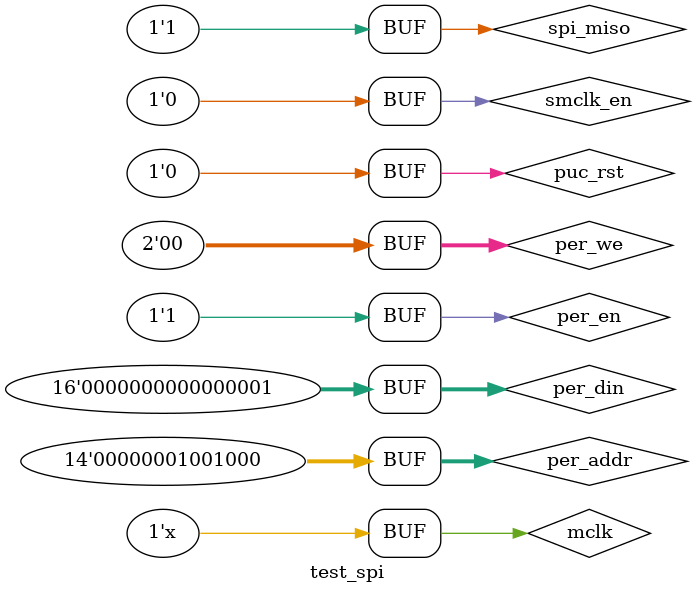
<source format=v>
`timescale 1ns / 1ps


module test_spi;

	// Inputs
	reg mclk;
	reg [13:0] per_addr;
	reg [15:0] per_din;
	reg per_en;
	reg [1:0] per_we;
	reg puc_rst;
	reg smclk_en;
	reg spi_miso;

	// Outputs
	wire spi_irq_tx_done;
	wire spi_mosi;
	wire spi_clk;
	wire [15:0] per_dout;

	// Instantiate the Unit Under Test (UUT)
	omsp_uspi_0 uut (
		.spi_irq_tx_done(spi_irq_tx_done), 
		.spi_mosi(spi_mosi), 
		.spi_clk(spi_clk), 
		.per_dout(per_dout), 
		.mclk(mclk), 
		.per_addr(per_addr), 
		.per_din(per_din), 
		.per_en(per_en), 
		.per_we(per_we), 
		.puc_rst(puc_rst), 
		.smclk_en(smclk_en), 
		.spi_miso(spi_miso)
	);

	initial begin
		// Initialize Inputs
		mclk = 0;
		per_addr = 0;
		per_din = 0;
		per_en = 0;
		per_we = 0;
		puc_rst = 1;
		smclk_en = 0;
		spi_miso = 0;

		#90;
		puc_rst = 0;
		
		// Wait 100 ns for global reset to finish
		#10;
        
		// Add stimulus here
		per_en = 1;
		per_we = 2'b01;
		per_addr = 14'h0049;
		per_din = 16'h00AD;
		
		#20;
		per_addr = 14'h0048;
		per_din = 16'h0041;
		
		#20;
		
		per_we = 2'b00;
		spi_miso = 1;
		
		#780;
		per_we = 2'b01;
		per_addr = 14'h0049;
		per_din = 16'h007F;
		
		#20;
		per_addr = 14'h0048;
		per_din = 16'h0001;
		
		#20;
		per_we = 2'b00;
		

	end
	
	always
		#10 mclk = ~mclk;	

      
endmodule


</source>
